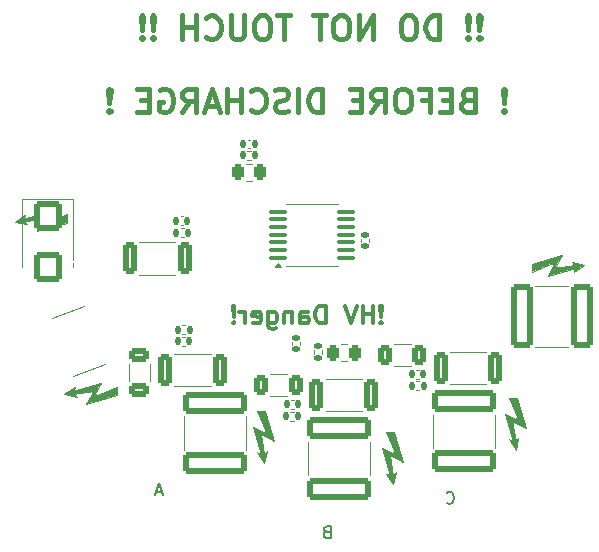
<source format=gbr>
%TF.GenerationSoftware,KiCad,Pcbnew,9.0.0*%
%TF.CreationDate,2025-06-25T03:54:54+08:00*%
%TF.ProjectId,CAPSTONE_MC,43415053-544f-44e4-955f-4d432e6b6963,Ver. 1.0.0*%
%TF.SameCoordinates,Original*%
%TF.FileFunction,Legend,Bot*%
%TF.FilePolarity,Positive*%
%FSLAX46Y46*%
G04 Gerber Fmt 4.6, Leading zero omitted, Abs format (unit mm)*
G04 Created by KiCad (PCBNEW 9.0.0) date 2025-06-25 03:54:54*
%MOMM*%
%LPD*%
G01*
G04 APERTURE LIST*
G04 Aperture macros list*
%AMRoundRect*
0 Rectangle with rounded corners*
0 $1 Rounding radius*
0 $2 $3 $4 $5 $6 $7 $8 $9 X,Y pos of 4 corners*
0 Add a 4 corners polygon primitive as box body*
4,1,4,$2,$3,$4,$5,$6,$7,$8,$9,$2,$3,0*
0 Add four circle primitives for the rounded corners*
1,1,$1+$1,$2,$3*
1,1,$1+$1,$4,$5*
1,1,$1+$1,$6,$7*
1,1,$1+$1,$8,$9*
0 Add four rect primitives between the rounded corners*
20,1,$1+$1,$2,$3,$4,$5,0*
20,1,$1+$1,$4,$5,$6,$7,0*
20,1,$1+$1,$6,$7,$8,$9,0*
20,1,$1+$1,$8,$9,$2,$3,0*%
G04 Aperture macros list end*
%ADD10C,0.150000*%
%ADD11C,0.300000*%
%ADD12C,0.400000*%
%ADD13C,0.200000*%
%ADD14C,0.100000*%
%ADD15C,0.120000*%
%ADD16C,2.000000*%
%ADD17C,3.000000*%
%ADD18C,2.200000*%
%ADD19RoundRect,0.250000X0.625000X-0.312500X0.625000X0.312500X-0.625000X0.312500X-0.625000X-0.312500X0*%
%ADD20RoundRect,0.250000X-0.362500X-1.075000X0.362500X-1.075000X0.362500X1.075000X-0.362500X1.075000X0*%
%ADD21RoundRect,0.140000X0.140000X0.170000X-0.140000X0.170000X-0.140000X-0.170000X0.140000X-0.170000X0*%
%ADD22RoundRect,0.250000X2.450000X-0.650000X2.450000X0.650000X-2.450000X0.650000X-2.450000X-0.650000X0*%
%ADD23RoundRect,0.250000X0.650000X2.450000X-0.650000X2.450000X-0.650000X-2.450000X0.650000X-2.450000X0*%
%ADD24RoundRect,0.135000X0.135000X0.185000X-0.135000X0.185000X-0.135000X-0.185000X0.135000X-0.185000X0*%
%ADD25RoundRect,0.140000X-0.170000X0.140000X-0.170000X-0.140000X0.170000X-0.140000X0.170000X0.140000X0*%
%ADD26RoundRect,0.140000X-0.140000X-0.170000X0.140000X-0.170000X0.140000X0.170000X-0.140000X0.170000X0*%
%ADD27RoundRect,0.135000X-0.185000X0.135000X-0.185000X-0.135000X0.185000X-0.135000X0.185000X0.135000X0*%
%ADD28RoundRect,0.250000X0.362500X1.075000X-0.362500X1.075000X-0.362500X-1.075000X0.362500X-1.075000X0*%
%ADD29RoundRect,0.250000X-0.312500X-0.625000X0.312500X-0.625000X0.312500X0.625000X-0.312500X0.625000X0*%
%ADD30RoundRect,0.135000X-0.135000X-0.185000X0.135000X-0.185000X0.135000X0.185000X-0.135000X0.185000X0*%
%ADD31RoundRect,0.250000X0.262500X0.450000X-0.262500X0.450000X-0.262500X-0.450000X0.262500X-0.450000X0*%
%ADD32RoundRect,0.250000X0.227149X-2.524560X1.448750X-2.079934X-0.227149X2.524560X-1.448750X2.079934X0*%
%ADD33RoundRect,0.250000X-0.900000X1.000000X-0.900000X-1.000000X0.900000X-1.000000X0.900000X1.000000X0*%
%ADD34RoundRect,0.100000X-0.637500X-0.100000X0.637500X-0.100000X0.637500X0.100000X-0.637500X0.100000X0*%
G04 APERTURE END LIST*
D10*
X112391792Y-81674580D02*
X112439411Y-81722200D01*
X112439411Y-81722200D02*
X112582268Y-81769819D01*
X112582268Y-81769819D02*
X112677506Y-81769819D01*
X112677506Y-81769819D02*
X112820363Y-81722200D01*
X112820363Y-81722200D02*
X112915601Y-81626961D01*
X112915601Y-81626961D02*
X112963220Y-81531723D01*
X112963220Y-81531723D02*
X113010839Y-81341247D01*
X113010839Y-81341247D02*
X113010839Y-81198390D01*
X113010839Y-81198390D02*
X112963220Y-81007914D01*
X112963220Y-81007914D02*
X112915601Y-80912676D01*
X112915601Y-80912676D02*
X112820363Y-80817438D01*
X112820363Y-80817438D02*
X112677506Y-80769819D01*
X112677506Y-80769819D02*
X112582268Y-80769819D01*
X112582268Y-80769819D02*
X112439411Y-80817438D01*
X112439411Y-80817438D02*
X112391792Y-80865057D01*
X102229887Y-84146009D02*
X102087030Y-84193628D01*
X102087030Y-84193628D02*
X102039411Y-84241247D01*
X102039411Y-84241247D02*
X101991792Y-84336485D01*
X101991792Y-84336485D02*
X101991792Y-84479342D01*
X101991792Y-84479342D02*
X102039411Y-84574580D01*
X102039411Y-84574580D02*
X102087030Y-84622200D01*
X102087030Y-84622200D02*
X102182268Y-84669819D01*
X102182268Y-84669819D02*
X102563220Y-84669819D01*
X102563220Y-84669819D02*
X102563220Y-83669819D01*
X102563220Y-83669819D02*
X102229887Y-83669819D01*
X102229887Y-83669819D02*
X102134649Y-83717438D01*
X102134649Y-83717438D02*
X102087030Y-83765057D01*
X102087030Y-83765057D02*
X102039411Y-83860295D01*
X102039411Y-83860295D02*
X102039411Y-83955533D01*
X102039411Y-83955533D02*
X102087030Y-84050771D01*
X102087030Y-84050771D02*
X102134649Y-84098390D01*
X102134649Y-84098390D02*
X102229887Y-84146009D01*
X102229887Y-84146009D02*
X102563220Y-84146009D01*
D11*
X106845489Y-66357971D02*
X106774060Y-66429400D01*
X106774060Y-66429400D02*
X106845489Y-66500828D01*
X106845489Y-66500828D02*
X106916917Y-66429400D01*
X106916917Y-66429400D02*
X106845489Y-66357971D01*
X106845489Y-66357971D02*
X106845489Y-66500828D01*
X106845489Y-65929400D02*
X106916917Y-65072257D01*
X106916917Y-65072257D02*
X106845489Y-65000828D01*
X106845489Y-65000828D02*
X106774060Y-65072257D01*
X106774060Y-65072257D02*
X106845489Y-65929400D01*
X106845489Y-65929400D02*
X106845489Y-65000828D01*
X106131203Y-66500828D02*
X106131203Y-65000828D01*
X106131203Y-65715114D02*
X105274060Y-65715114D01*
X105274060Y-66500828D02*
X105274060Y-65000828D01*
X104774059Y-65000828D02*
X104274059Y-66500828D01*
X104274059Y-66500828D02*
X103774059Y-65000828D01*
X102131203Y-66500828D02*
X102131203Y-65000828D01*
X102131203Y-65000828D02*
X101774060Y-65000828D01*
X101774060Y-65000828D02*
X101559774Y-65072257D01*
X101559774Y-65072257D02*
X101416917Y-65215114D01*
X101416917Y-65215114D02*
X101345488Y-65357971D01*
X101345488Y-65357971D02*
X101274060Y-65643685D01*
X101274060Y-65643685D02*
X101274060Y-65857971D01*
X101274060Y-65857971D02*
X101345488Y-66143685D01*
X101345488Y-66143685D02*
X101416917Y-66286542D01*
X101416917Y-66286542D02*
X101559774Y-66429400D01*
X101559774Y-66429400D02*
X101774060Y-66500828D01*
X101774060Y-66500828D02*
X102131203Y-66500828D01*
X99988346Y-66500828D02*
X99988346Y-65715114D01*
X99988346Y-65715114D02*
X100059774Y-65572257D01*
X100059774Y-65572257D02*
X100202631Y-65500828D01*
X100202631Y-65500828D02*
X100488346Y-65500828D01*
X100488346Y-65500828D02*
X100631203Y-65572257D01*
X99988346Y-66429400D02*
X100131203Y-66500828D01*
X100131203Y-66500828D02*
X100488346Y-66500828D01*
X100488346Y-66500828D02*
X100631203Y-66429400D01*
X100631203Y-66429400D02*
X100702631Y-66286542D01*
X100702631Y-66286542D02*
X100702631Y-66143685D01*
X100702631Y-66143685D02*
X100631203Y-66000828D01*
X100631203Y-66000828D02*
X100488346Y-65929400D01*
X100488346Y-65929400D02*
X100131203Y-65929400D01*
X100131203Y-65929400D02*
X99988346Y-65857971D01*
X99274060Y-65500828D02*
X99274060Y-66500828D01*
X99274060Y-65643685D02*
X99202631Y-65572257D01*
X99202631Y-65572257D02*
X99059774Y-65500828D01*
X99059774Y-65500828D02*
X98845488Y-65500828D01*
X98845488Y-65500828D02*
X98702631Y-65572257D01*
X98702631Y-65572257D02*
X98631203Y-65715114D01*
X98631203Y-65715114D02*
X98631203Y-66500828D01*
X97274060Y-65500828D02*
X97274060Y-66715114D01*
X97274060Y-66715114D02*
X97345488Y-66857971D01*
X97345488Y-66857971D02*
X97416917Y-66929400D01*
X97416917Y-66929400D02*
X97559774Y-67000828D01*
X97559774Y-67000828D02*
X97774060Y-67000828D01*
X97774060Y-67000828D02*
X97916917Y-66929400D01*
X97274060Y-66429400D02*
X97416917Y-66500828D01*
X97416917Y-66500828D02*
X97702631Y-66500828D01*
X97702631Y-66500828D02*
X97845488Y-66429400D01*
X97845488Y-66429400D02*
X97916917Y-66357971D01*
X97916917Y-66357971D02*
X97988345Y-66215114D01*
X97988345Y-66215114D02*
X97988345Y-65786542D01*
X97988345Y-65786542D02*
X97916917Y-65643685D01*
X97916917Y-65643685D02*
X97845488Y-65572257D01*
X97845488Y-65572257D02*
X97702631Y-65500828D01*
X97702631Y-65500828D02*
X97416917Y-65500828D01*
X97416917Y-65500828D02*
X97274060Y-65572257D01*
X95988345Y-66429400D02*
X96131202Y-66500828D01*
X96131202Y-66500828D02*
X96416917Y-66500828D01*
X96416917Y-66500828D02*
X96559774Y-66429400D01*
X96559774Y-66429400D02*
X96631202Y-66286542D01*
X96631202Y-66286542D02*
X96631202Y-65715114D01*
X96631202Y-65715114D02*
X96559774Y-65572257D01*
X96559774Y-65572257D02*
X96416917Y-65500828D01*
X96416917Y-65500828D02*
X96131202Y-65500828D01*
X96131202Y-65500828D02*
X95988345Y-65572257D01*
X95988345Y-65572257D02*
X95916917Y-65715114D01*
X95916917Y-65715114D02*
X95916917Y-65857971D01*
X95916917Y-65857971D02*
X96631202Y-66000828D01*
X95274060Y-66500828D02*
X95274060Y-65500828D01*
X95274060Y-65786542D02*
X95202631Y-65643685D01*
X95202631Y-65643685D02*
X95131203Y-65572257D01*
X95131203Y-65572257D02*
X94988345Y-65500828D01*
X94988345Y-65500828D02*
X94845488Y-65500828D01*
X94345489Y-66357971D02*
X94274060Y-66429400D01*
X94274060Y-66429400D02*
X94345489Y-66500828D01*
X94345489Y-66500828D02*
X94416917Y-66429400D01*
X94416917Y-66429400D02*
X94345489Y-66357971D01*
X94345489Y-66357971D02*
X94345489Y-66500828D01*
X94345489Y-65929400D02*
X94416917Y-65072257D01*
X94416917Y-65072257D02*
X94345489Y-65000828D01*
X94345489Y-65000828D02*
X94274060Y-65072257D01*
X94274060Y-65072257D02*
X94345489Y-65929400D01*
X94345489Y-65929400D02*
X94345489Y-65000828D01*
D12*
X117260652Y-48443961D02*
X117165414Y-48539200D01*
X117165414Y-48539200D02*
X117260652Y-48634438D01*
X117260652Y-48634438D02*
X117355890Y-48539200D01*
X117355890Y-48539200D02*
X117260652Y-48443961D01*
X117260652Y-48443961D02*
X117260652Y-48634438D01*
X117260652Y-47872533D02*
X117355890Y-46729676D01*
X117355890Y-46729676D02*
X117260652Y-46634438D01*
X117260652Y-46634438D02*
X117165414Y-46729676D01*
X117165414Y-46729676D02*
X117260652Y-47872533D01*
X117260652Y-47872533D02*
X117260652Y-46634438D01*
X114117794Y-47586819D02*
X113832080Y-47682057D01*
X113832080Y-47682057D02*
X113736842Y-47777295D01*
X113736842Y-47777295D02*
X113641604Y-47967771D01*
X113641604Y-47967771D02*
X113641604Y-48253485D01*
X113641604Y-48253485D02*
X113736842Y-48443961D01*
X113736842Y-48443961D02*
X113832080Y-48539200D01*
X113832080Y-48539200D02*
X114022556Y-48634438D01*
X114022556Y-48634438D02*
X114784461Y-48634438D01*
X114784461Y-48634438D02*
X114784461Y-46634438D01*
X114784461Y-46634438D02*
X114117794Y-46634438D01*
X114117794Y-46634438D02*
X113927318Y-46729676D01*
X113927318Y-46729676D02*
X113832080Y-46824914D01*
X113832080Y-46824914D02*
X113736842Y-47015390D01*
X113736842Y-47015390D02*
X113736842Y-47205866D01*
X113736842Y-47205866D02*
X113832080Y-47396342D01*
X113832080Y-47396342D02*
X113927318Y-47491580D01*
X113927318Y-47491580D02*
X114117794Y-47586819D01*
X114117794Y-47586819D02*
X114784461Y-47586819D01*
X112784461Y-47586819D02*
X112117794Y-47586819D01*
X111832080Y-48634438D02*
X112784461Y-48634438D01*
X112784461Y-48634438D02*
X112784461Y-46634438D01*
X112784461Y-46634438D02*
X111832080Y-46634438D01*
X110308270Y-47586819D02*
X110974937Y-47586819D01*
X110974937Y-48634438D02*
X110974937Y-46634438D01*
X110974937Y-46634438D02*
X110022556Y-46634438D01*
X108879699Y-46634438D02*
X108498746Y-46634438D01*
X108498746Y-46634438D02*
X108308270Y-46729676D01*
X108308270Y-46729676D02*
X108117794Y-46920152D01*
X108117794Y-46920152D02*
X108022556Y-47301104D01*
X108022556Y-47301104D02*
X108022556Y-47967771D01*
X108022556Y-47967771D02*
X108117794Y-48348723D01*
X108117794Y-48348723D02*
X108308270Y-48539200D01*
X108308270Y-48539200D02*
X108498746Y-48634438D01*
X108498746Y-48634438D02*
X108879699Y-48634438D01*
X108879699Y-48634438D02*
X109070175Y-48539200D01*
X109070175Y-48539200D02*
X109260651Y-48348723D01*
X109260651Y-48348723D02*
X109355889Y-47967771D01*
X109355889Y-47967771D02*
X109355889Y-47301104D01*
X109355889Y-47301104D02*
X109260651Y-46920152D01*
X109260651Y-46920152D02*
X109070175Y-46729676D01*
X109070175Y-46729676D02*
X108879699Y-46634438D01*
X106022556Y-48634438D02*
X106689223Y-47682057D01*
X107165413Y-48634438D02*
X107165413Y-46634438D01*
X107165413Y-46634438D02*
X106403508Y-46634438D01*
X106403508Y-46634438D02*
X106213032Y-46729676D01*
X106213032Y-46729676D02*
X106117794Y-46824914D01*
X106117794Y-46824914D02*
X106022556Y-47015390D01*
X106022556Y-47015390D02*
X106022556Y-47301104D01*
X106022556Y-47301104D02*
X106117794Y-47491580D01*
X106117794Y-47491580D02*
X106213032Y-47586819D01*
X106213032Y-47586819D02*
X106403508Y-47682057D01*
X106403508Y-47682057D02*
X107165413Y-47682057D01*
X105165413Y-47586819D02*
X104498746Y-47586819D01*
X104213032Y-48634438D02*
X105165413Y-48634438D01*
X105165413Y-48634438D02*
X105165413Y-46634438D01*
X105165413Y-46634438D02*
X104213032Y-46634438D01*
X101832079Y-48634438D02*
X101832079Y-46634438D01*
X101832079Y-46634438D02*
X101355889Y-46634438D01*
X101355889Y-46634438D02*
X101070174Y-46729676D01*
X101070174Y-46729676D02*
X100879698Y-46920152D01*
X100879698Y-46920152D02*
X100784460Y-47110628D01*
X100784460Y-47110628D02*
X100689222Y-47491580D01*
X100689222Y-47491580D02*
X100689222Y-47777295D01*
X100689222Y-47777295D02*
X100784460Y-48158247D01*
X100784460Y-48158247D02*
X100879698Y-48348723D01*
X100879698Y-48348723D02*
X101070174Y-48539200D01*
X101070174Y-48539200D02*
X101355889Y-48634438D01*
X101355889Y-48634438D02*
X101832079Y-48634438D01*
X99832079Y-48634438D02*
X99832079Y-46634438D01*
X98974936Y-48539200D02*
X98689222Y-48634438D01*
X98689222Y-48634438D02*
X98213031Y-48634438D01*
X98213031Y-48634438D02*
X98022555Y-48539200D01*
X98022555Y-48539200D02*
X97927317Y-48443961D01*
X97927317Y-48443961D02*
X97832079Y-48253485D01*
X97832079Y-48253485D02*
X97832079Y-48063009D01*
X97832079Y-48063009D02*
X97927317Y-47872533D01*
X97927317Y-47872533D02*
X98022555Y-47777295D01*
X98022555Y-47777295D02*
X98213031Y-47682057D01*
X98213031Y-47682057D02*
X98593984Y-47586819D01*
X98593984Y-47586819D02*
X98784460Y-47491580D01*
X98784460Y-47491580D02*
X98879698Y-47396342D01*
X98879698Y-47396342D02*
X98974936Y-47205866D01*
X98974936Y-47205866D02*
X98974936Y-47015390D01*
X98974936Y-47015390D02*
X98879698Y-46824914D01*
X98879698Y-46824914D02*
X98784460Y-46729676D01*
X98784460Y-46729676D02*
X98593984Y-46634438D01*
X98593984Y-46634438D02*
X98117793Y-46634438D01*
X98117793Y-46634438D02*
X97832079Y-46729676D01*
X95832079Y-48443961D02*
X95927317Y-48539200D01*
X95927317Y-48539200D02*
X96213031Y-48634438D01*
X96213031Y-48634438D02*
X96403507Y-48634438D01*
X96403507Y-48634438D02*
X96689222Y-48539200D01*
X96689222Y-48539200D02*
X96879698Y-48348723D01*
X96879698Y-48348723D02*
X96974936Y-48158247D01*
X96974936Y-48158247D02*
X97070174Y-47777295D01*
X97070174Y-47777295D02*
X97070174Y-47491580D01*
X97070174Y-47491580D02*
X96974936Y-47110628D01*
X96974936Y-47110628D02*
X96879698Y-46920152D01*
X96879698Y-46920152D02*
X96689222Y-46729676D01*
X96689222Y-46729676D02*
X96403507Y-46634438D01*
X96403507Y-46634438D02*
X96213031Y-46634438D01*
X96213031Y-46634438D02*
X95927317Y-46729676D01*
X95927317Y-46729676D02*
X95832079Y-46824914D01*
X94974936Y-48634438D02*
X94974936Y-46634438D01*
X94974936Y-47586819D02*
X93832079Y-47586819D01*
X93832079Y-48634438D02*
X93832079Y-46634438D01*
X92974936Y-48063009D02*
X92022555Y-48063009D01*
X93165412Y-48634438D02*
X92498746Y-46634438D01*
X92498746Y-46634438D02*
X91832079Y-48634438D01*
X90022555Y-48634438D02*
X90689222Y-47682057D01*
X91165412Y-48634438D02*
X91165412Y-46634438D01*
X91165412Y-46634438D02*
X90403507Y-46634438D01*
X90403507Y-46634438D02*
X90213031Y-46729676D01*
X90213031Y-46729676D02*
X90117793Y-46824914D01*
X90117793Y-46824914D02*
X90022555Y-47015390D01*
X90022555Y-47015390D02*
X90022555Y-47301104D01*
X90022555Y-47301104D02*
X90117793Y-47491580D01*
X90117793Y-47491580D02*
X90213031Y-47586819D01*
X90213031Y-47586819D02*
X90403507Y-47682057D01*
X90403507Y-47682057D02*
X91165412Y-47682057D01*
X88117793Y-46729676D02*
X88308269Y-46634438D01*
X88308269Y-46634438D02*
X88593983Y-46634438D01*
X88593983Y-46634438D02*
X88879698Y-46729676D01*
X88879698Y-46729676D02*
X89070174Y-46920152D01*
X89070174Y-46920152D02*
X89165412Y-47110628D01*
X89165412Y-47110628D02*
X89260650Y-47491580D01*
X89260650Y-47491580D02*
X89260650Y-47777295D01*
X89260650Y-47777295D02*
X89165412Y-48158247D01*
X89165412Y-48158247D02*
X89070174Y-48348723D01*
X89070174Y-48348723D02*
X88879698Y-48539200D01*
X88879698Y-48539200D02*
X88593983Y-48634438D01*
X88593983Y-48634438D02*
X88403507Y-48634438D01*
X88403507Y-48634438D02*
X88117793Y-48539200D01*
X88117793Y-48539200D02*
X88022555Y-48443961D01*
X88022555Y-48443961D02*
X88022555Y-47777295D01*
X88022555Y-47777295D02*
X88403507Y-47777295D01*
X87165412Y-47586819D02*
X86498745Y-47586819D01*
X86213031Y-48634438D02*
X87165412Y-48634438D01*
X87165412Y-48634438D02*
X87165412Y-46634438D01*
X87165412Y-46634438D02*
X86213031Y-46634438D01*
X83832078Y-48443961D02*
X83736840Y-48539200D01*
X83736840Y-48539200D02*
X83832078Y-48634438D01*
X83832078Y-48634438D02*
X83927316Y-48539200D01*
X83927316Y-48539200D02*
X83832078Y-48443961D01*
X83832078Y-48443961D02*
X83832078Y-48634438D01*
X83832078Y-47872533D02*
X83927316Y-46729676D01*
X83927316Y-46729676D02*
X83832078Y-46634438D01*
X83832078Y-46634438D02*
X83736840Y-46729676D01*
X83736840Y-46729676D02*
X83832078Y-47872533D01*
X83832078Y-47872533D02*
X83832078Y-46634438D01*
X115160652Y-42243961D02*
X115065414Y-42339200D01*
X115065414Y-42339200D02*
X115160652Y-42434438D01*
X115160652Y-42434438D02*
X115255890Y-42339200D01*
X115255890Y-42339200D02*
X115160652Y-42243961D01*
X115160652Y-42243961D02*
X115160652Y-42434438D01*
X115160652Y-41672533D02*
X115255890Y-40529676D01*
X115255890Y-40529676D02*
X115160652Y-40434438D01*
X115160652Y-40434438D02*
X115065414Y-40529676D01*
X115065414Y-40529676D02*
X115160652Y-41672533D01*
X115160652Y-41672533D02*
X115160652Y-40434438D01*
X114208271Y-42243961D02*
X114113033Y-42339200D01*
X114113033Y-42339200D02*
X114208271Y-42434438D01*
X114208271Y-42434438D02*
X114303509Y-42339200D01*
X114303509Y-42339200D02*
X114208271Y-42243961D01*
X114208271Y-42243961D02*
X114208271Y-42434438D01*
X114208271Y-41672533D02*
X114303509Y-40529676D01*
X114303509Y-40529676D02*
X114208271Y-40434438D01*
X114208271Y-40434438D02*
X114113033Y-40529676D01*
X114113033Y-40529676D02*
X114208271Y-41672533D01*
X114208271Y-41672533D02*
X114208271Y-40434438D01*
X111732080Y-42434438D02*
X111732080Y-40434438D01*
X111732080Y-40434438D02*
X111255890Y-40434438D01*
X111255890Y-40434438D02*
X110970175Y-40529676D01*
X110970175Y-40529676D02*
X110779699Y-40720152D01*
X110779699Y-40720152D02*
X110684461Y-40910628D01*
X110684461Y-40910628D02*
X110589223Y-41291580D01*
X110589223Y-41291580D02*
X110589223Y-41577295D01*
X110589223Y-41577295D02*
X110684461Y-41958247D01*
X110684461Y-41958247D02*
X110779699Y-42148723D01*
X110779699Y-42148723D02*
X110970175Y-42339200D01*
X110970175Y-42339200D02*
X111255890Y-42434438D01*
X111255890Y-42434438D02*
X111732080Y-42434438D01*
X109351128Y-40434438D02*
X108970175Y-40434438D01*
X108970175Y-40434438D02*
X108779699Y-40529676D01*
X108779699Y-40529676D02*
X108589223Y-40720152D01*
X108589223Y-40720152D02*
X108493985Y-41101104D01*
X108493985Y-41101104D02*
X108493985Y-41767771D01*
X108493985Y-41767771D02*
X108589223Y-42148723D01*
X108589223Y-42148723D02*
X108779699Y-42339200D01*
X108779699Y-42339200D02*
X108970175Y-42434438D01*
X108970175Y-42434438D02*
X109351128Y-42434438D01*
X109351128Y-42434438D02*
X109541604Y-42339200D01*
X109541604Y-42339200D02*
X109732080Y-42148723D01*
X109732080Y-42148723D02*
X109827318Y-41767771D01*
X109827318Y-41767771D02*
X109827318Y-41101104D01*
X109827318Y-41101104D02*
X109732080Y-40720152D01*
X109732080Y-40720152D02*
X109541604Y-40529676D01*
X109541604Y-40529676D02*
X109351128Y-40434438D01*
X106113032Y-42434438D02*
X106113032Y-40434438D01*
X106113032Y-40434438D02*
X104970175Y-42434438D01*
X104970175Y-42434438D02*
X104970175Y-40434438D01*
X103636842Y-40434438D02*
X103255889Y-40434438D01*
X103255889Y-40434438D02*
X103065413Y-40529676D01*
X103065413Y-40529676D02*
X102874937Y-40720152D01*
X102874937Y-40720152D02*
X102779699Y-41101104D01*
X102779699Y-41101104D02*
X102779699Y-41767771D01*
X102779699Y-41767771D02*
X102874937Y-42148723D01*
X102874937Y-42148723D02*
X103065413Y-42339200D01*
X103065413Y-42339200D02*
X103255889Y-42434438D01*
X103255889Y-42434438D02*
X103636842Y-42434438D01*
X103636842Y-42434438D02*
X103827318Y-42339200D01*
X103827318Y-42339200D02*
X104017794Y-42148723D01*
X104017794Y-42148723D02*
X104113032Y-41767771D01*
X104113032Y-41767771D02*
X104113032Y-41101104D01*
X104113032Y-41101104D02*
X104017794Y-40720152D01*
X104017794Y-40720152D02*
X103827318Y-40529676D01*
X103827318Y-40529676D02*
X103636842Y-40434438D01*
X102208270Y-40434438D02*
X101065413Y-40434438D01*
X101636842Y-42434438D02*
X101636842Y-40434438D01*
X99160650Y-40434438D02*
X98017793Y-40434438D01*
X98589222Y-42434438D02*
X98589222Y-40434438D01*
X96970174Y-40434438D02*
X96589221Y-40434438D01*
X96589221Y-40434438D02*
X96398745Y-40529676D01*
X96398745Y-40529676D02*
X96208269Y-40720152D01*
X96208269Y-40720152D02*
X96113031Y-41101104D01*
X96113031Y-41101104D02*
X96113031Y-41767771D01*
X96113031Y-41767771D02*
X96208269Y-42148723D01*
X96208269Y-42148723D02*
X96398745Y-42339200D01*
X96398745Y-42339200D02*
X96589221Y-42434438D01*
X96589221Y-42434438D02*
X96970174Y-42434438D01*
X96970174Y-42434438D02*
X97160650Y-42339200D01*
X97160650Y-42339200D02*
X97351126Y-42148723D01*
X97351126Y-42148723D02*
X97446364Y-41767771D01*
X97446364Y-41767771D02*
X97446364Y-41101104D01*
X97446364Y-41101104D02*
X97351126Y-40720152D01*
X97351126Y-40720152D02*
X97160650Y-40529676D01*
X97160650Y-40529676D02*
X96970174Y-40434438D01*
X95255888Y-40434438D02*
X95255888Y-42053485D01*
X95255888Y-42053485D02*
X95160650Y-42243961D01*
X95160650Y-42243961D02*
X95065412Y-42339200D01*
X95065412Y-42339200D02*
X94874936Y-42434438D01*
X94874936Y-42434438D02*
X94493983Y-42434438D01*
X94493983Y-42434438D02*
X94303507Y-42339200D01*
X94303507Y-42339200D02*
X94208269Y-42243961D01*
X94208269Y-42243961D02*
X94113031Y-42053485D01*
X94113031Y-42053485D02*
X94113031Y-40434438D01*
X92017793Y-42243961D02*
X92113031Y-42339200D01*
X92113031Y-42339200D02*
X92398745Y-42434438D01*
X92398745Y-42434438D02*
X92589221Y-42434438D01*
X92589221Y-42434438D02*
X92874936Y-42339200D01*
X92874936Y-42339200D02*
X93065412Y-42148723D01*
X93065412Y-42148723D02*
X93160650Y-41958247D01*
X93160650Y-41958247D02*
X93255888Y-41577295D01*
X93255888Y-41577295D02*
X93255888Y-41291580D01*
X93255888Y-41291580D02*
X93160650Y-40910628D01*
X93160650Y-40910628D02*
X93065412Y-40720152D01*
X93065412Y-40720152D02*
X92874936Y-40529676D01*
X92874936Y-40529676D02*
X92589221Y-40434438D01*
X92589221Y-40434438D02*
X92398745Y-40434438D01*
X92398745Y-40434438D02*
X92113031Y-40529676D01*
X92113031Y-40529676D02*
X92017793Y-40624914D01*
X91160650Y-42434438D02*
X91160650Y-40434438D01*
X91160650Y-41386819D02*
X90017793Y-41386819D01*
X90017793Y-42434438D02*
X90017793Y-40434438D01*
X87541602Y-42243961D02*
X87446364Y-42339200D01*
X87446364Y-42339200D02*
X87541602Y-42434438D01*
X87541602Y-42434438D02*
X87636840Y-42339200D01*
X87636840Y-42339200D02*
X87541602Y-42243961D01*
X87541602Y-42243961D02*
X87541602Y-42434438D01*
X87541602Y-41672533D02*
X87636840Y-40529676D01*
X87636840Y-40529676D02*
X87541602Y-40434438D01*
X87541602Y-40434438D02*
X87446364Y-40529676D01*
X87446364Y-40529676D02*
X87541602Y-41672533D01*
X87541602Y-41672533D02*
X87541602Y-40434438D01*
X86589221Y-42243961D02*
X86493983Y-42339200D01*
X86493983Y-42339200D02*
X86589221Y-42434438D01*
X86589221Y-42434438D02*
X86684459Y-42339200D01*
X86684459Y-42339200D02*
X86589221Y-42243961D01*
X86589221Y-42243961D02*
X86589221Y-42434438D01*
X86589221Y-41672533D02*
X86684459Y-40529676D01*
X86684459Y-40529676D02*
X86589221Y-40434438D01*
X86589221Y-40434438D02*
X86493983Y-40529676D01*
X86493983Y-40529676D02*
X86589221Y-41672533D01*
X86589221Y-41672533D02*
X86589221Y-40434438D01*
D10*
X88300839Y-80754104D02*
X87824649Y-80754104D01*
X88396077Y-81039819D02*
X88062744Y-80039819D01*
X88062744Y-80039819D02*
X87729411Y-81039819D01*
D13*
%TO.C,REF\u002A\u002A*%
X76670000Y-57980000D02*
X76580000Y-57470000D01*
X78305000Y-57770000D02*
X78055000Y-57570000D01*
X78550000Y-58090000D02*
X78300000Y-57890000D01*
D14*
X78274260Y-58138427D02*
X80267896Y-57279854D01*
X80267896Y-57992906D01*
X77692177Y-58720510D01*
X78288812Y-57600000D01*
X76557114Y-57876489D01*
X76877260Y-58109323D01*
X75829510Y-57891042D01*
X76717187Y-57294406D01*
X76513458Y-57629104D01*
X78900000Y-56974260D01*
X78274260Y-58138427D01*
G36*
X78274260Y-58138427D02*
G01*
X80267896Y-57279854D01*
X80267896Y-57992906D01*
X77692177Y-58720510D01*
X78288812Y-57600000D01*
X76557114Y-57876489D01*
X76877260Y-58109323D01*
X75829510Y-57891042D01*
X76717187Y-57294406D01*
X76513458Y-57629104D01*
X78900000Y-56974260D01*
X78274260Y-58138427D01*
G37*
D15*
%TO.C,R12*%
X85455000Y-69927936D02*
X85455000Y-71382064D01*
X87275000Y-69927936D02*
X87275000Y-71382064D01*
%TO.C,R24*%
X89343936Y-69090000D02*
X92398064Y-69090000D01*
X89343936Y-71810000D02*
X92398064Y-71810000D01*
%TO.C,C58*%
X110022836Y-70455000D02*
X109807164Y-70455000D01*
X110022836Y-71175000D02*
X109807164Y-71175000D01*
D13*
%TO.C,REF\u002A\u002A*%
X107722615Y-77643703D02*
X107522615Y-77893703D01*
X107932615Y-79278703D02*
X107422615Y-79368703D01*
X108042615Y-77398703D02*
X107842615Y-77648703D01*
D14*
X108673125Y-78256526D02*
X107552615Y-77659891D01*
X107829104Y-79391589D01*
X108061938Y-79071443D01*
X107843657Y-80119193D01*
X107247021Y-79231516D01*
X107581719Y-79435245D01*
X106926875Y-77048703D01*
X108091042Y-77674443D01*
X107232469Y-75680807D01*
X107945521Y-75680807D01*
X108673125Y-78256526D01*
G36*
X108673125Y-78256526D02*
G01*
X107552615Y-77659891D01*
X107829104Y-79391589D01*
X108061938Y-79071443D01*
X107843657Y-80119193D01*
X107247021Y-79231516D01*
X107581719Y-79435245D01*
X106926875Y-77048703D01*
X108091042Y-77674443D01*
X107232469Y-75680807D01*
X107945521Y-75680807D01*
X108673125Y-78256526D01*
G37*
D15*
%TO.C,C30*%
X100655000Y-76519252D02*
X100655000Y-79350748D01*
X105875000Y-76519252D02*
X105875000Y-79350748D01*
%TO.C,C48*%
X119869252Y-63305000D02*
X122700748Y-63305000D01*
X119869252Y-68525000D02*
X122700748Y-68525000D01*
%TO.C,R27*%
X99468641Y-73984250D02*
X99161359Y-73984250D01*
X99468641Y-74744250D02*
X99161359Y-74744250D01*
%TO.C,C32*%
X111225000Y-74229252D02*
X111225000Y-77060748D01*
X116445000Y-74229252D02*
X116445000Y-77060748D01*
%TO.C,C40*%
X99255000Y-68097164D02*
X99255000Y-68312836D01*
X99975000Y-68097164D02*
X99975000Y-68312836D01*
%TO.C,R23*%
X90163641Y-58440000D02*
X89856359Y-58440000D01*
X90163641Y-59200000D02*
X89856359Y-59200000D01*
%TO.C,C41*%
X95532164Y-50935000D02*
X95747836Y-50935000D01*
X95532164Y-51655000D02*
X95747836Y-51655000D01*
D13*
%TO.C,REF\u002A\u002A*%
X121298703Y-61357385D02*
X121548703Y-61557385D01*
X121543703Y-61677385D02*
X121793703Y-61877385D01*
X123178703Y-61467385D02*
X123268703Y-61977385D01*
D14*
X121559891Y-61847385D02*
X123291589Y-61570896D01*
X122971443Y-61338062D01*
X124019193Y-61556343D01*
X123131516Y-62152979D01*
X123335245Y-61818281D01*
X120948703Y-62473125D01*
X121574443Y-61308958D01*
X119580807Y-62167531D01*
X119580807Y-61454479D01*
X122156526Y-60726875D01*
X121559891Y-61847385D01*
G36*
X121559891Y-61847385D02*
G01*
X123291589Y-61570896D01*
X122971443Y-61338062D01*
X124019193Y-61556343D01*
X123131516Y-62152979D01*
X123335245Y-61818281D01*
X120948703Y-62473125D01*
X121574443Y-61308958D01*
X119580807Y-62167531D01*
X119580807Y-61454479D01*
X122156526Y-60726875D01*
X121559891Y-61847385D01*
G37*
D13*
X96822615Y-75843703D02*
X96622615Y-76093703D01*
X97032615Y-77478703D02*
X96522615Y-77568703D01*
X97142615Y-75598703D02*
X96942615Y-75848703D01*
D14*
X97773125Y-76456526D02*
X96652615Y-75859891D01*
X96929104Y-77591589D01*
X97161938Y-77271443D01*
X96943657Y-78319193D01*
X96347021Y-77431516D01*
X96681719Y-77635245D01*
X96026875Y-75248703D01*
X97191042Y-75874443D01*
X96332469Y-73880807D01*
X97045521Y-73880807D01*
X97773125Y-76456526D01*
G36*
X97773125Y-76456526D02*
G01*
X96652615Y-75859891D01*
X96929104Y-77591589D01*
X97161938Y-77271443D01*
X96943657Y-78319193D01*
X96347021Y-77431516D01*
X96681719Y-77635245D01*
X96026875Y-75248703D01*
X97191042Y-75874443D01*
X96332469Y-73880807D01*
X97045521Y-73880807D01*
X97773125Y-76456526D01*
G37*
D15*
%TO.C,R16*%
X101115000Y-68791359D02*
X101115000Y-69098641D01*
X101875000Y-68791359D02*
X101875000Y-69098641D01*
%TO.C,R22*%
X89422064Y-59645000D02*
X86367936Y-59645000D01*
X89422064Y-62365000D02*
X86367936Y-62365000D01*
%TO.C,R10*%
X109352064Y-68275000D02*
X107897936Y-68275000D01*
X109352064Y-70095000D02*
X107897936Y-70095000D01*
%TO.C,R11*%
X98872064Y-70815000D02*
X97417936Y-70815000D01*
X98872064Y-72635000D02*
X97417936Y-72635000D01*
%TO.C,R25*%
X90268641Y-66655000D02*
X89961359Y-66655000D01*
X90268641Y-67415000D02*
X89961359Y-67415000D01*
%TO.C,R28*%
X112677936Y-68925000D02*
X115732064Y-68925000D01*
X112677936Y-71645000D02*
X115732064Y-71645000D01*
%TO.C,C45*%
X105095000Y-59357164D02*
X105095000Y-59572836D01*
X105815000Y-59357164D02*
X105815000Y-59572836D01*
%TO.C,R26*%
X102137936Y-71185000D02*
X105192064Y-71185000D01*
X102137936Y-73905000D02*
X105192064Y-73905000D01*
%TO.C,R17*%
X95491359Y-51875000D02*
X95798641Y-51875000D01*
X95491359Y-52635000D02*
X95798641Y-52635000D01*
%TO.C,C53*%
X90072836Y-57445000D02*
X89857164Y-57445000D01*
X90072836Y-58165000D02*
X89857164Y-58165000D01*
%TO.C,C56*%
X90202836Y-67655000D02*
X89987164Y-67655000D01*
X90202836Y-68375000D02*
X89987164Y-68375000D01*
%TO.C,TH2*%
X95892064Y-52980000D02*
X95437936Y-52980000D01*
X95892064Y-54450000D02*
X95437936Y-54450000D01*
%TO.C,C57*%
X99422836Y-73005000D02*
X99207164Y-73005000D01*
X99422836Y-73725000D02*
X99207164Y-73725000D01*
D13*
%TO.C,REF\u002A\u002A*%
X80870000Y-72580000D02*
X80780000Y-72070000D01*
X82505000Y-72370000D02*
X82255000Y-72170000D01*
X82750000Y-72690000D02*
X82500000Y-72490000D01*
D14*
X82474260Y-72738427D02*
X84467896Y-71879854D01*
X84467896Y-72592906D01*
X81892177Y-73320510D01*
X82488812Y-72200000D01*
X80757114Y-72476489D01*
X81077260Y-72709323D01*
X80029510Y-72491042D01*
X80917187Y-71894406D01*
X80713458Y-72229104D01*
X83100000Y-71574260D01*
X82474260Y-72738427D01*
G36*
X82474260Y-72738427D02*
G01*
X84467896Y-71879854D01*
X84467896Y-72592906D01*
X81892177Y-73320510D01*
X82488812Y-72200000D01*
X80757114Y-72476489D01*
X81077260Y-72709323D01*
X80029510Y-72491042D01*
X80917187Y-71894406D01*
X80713458Y-72229104D01*
X83100000Y-71574260D01*
X82474260Y-72738427D01*
G37*
D15*
%TO.C,C31*%
X90155000Y-74359252D02*
X90155000Y-77190748D01*
X95375000Y-74359252D02*
X95375000Y-77190748D01*
D13*
%TO.C,REF\u002A\u002A*%
X118122615Y-74743703D02*
X117922615Y-74993703D01*
X118332615Y-76378703D02*
X117822615Y-76468703D01*
X118442615Y-74498703D02*
X118242615Y-74748703D01*
D14*
X119073125Y-75356526D02*
X117952615Y-74759891D01*
X118229104Y-76491589D01*
X118461938Y-76171443D01*
X118243657Y-77219193D01*
X117647021Y-76331516D01*
X117981719Y-76535245D01*
X117326875Y-74148703D01*
X118491042Y-74774443D01*
X117632469Y-72780807D01*
X118345521Y-72780807D01*
X119073125Y-75356526D01*
G36*
X119073125Y-75356526D02*
G01*
X117952615Y-74759891D01*
X118229104Y-76491589D01*
X118461938Y-76171443D01*
X118243657Y-77219193D01*
X117647021Y-76331516D01*
X117981719Y-76535245D01*
X117326875Y-74148703D01*
X118491042Y-74774443D01*
X117632469Y-72780807D01*
X118345521Y-72780807D01*
X119073125Y-75356526D01*
G37*
D15*
%TO.C,TH1*%
X103922064Y-68250000D02*
X103467936Y-68250000D01*
X103922064Y-69720000D02*
X103467936Y-69720000D01*
%TO.C,C50*%
X79001960Y-66036616D02*
X81662696Y-65068188D01*
X80787304Y-70941812D02*
X83448040Y-69973384D01*
%TO.C,D12*%
X76475000Y-55930000D02*
X76475000Y-61740000D01*
X76475000Y-55930000D02*
X80775000Y-55930000D01*
X80775000Y-55930000D02*
X80775000Y-61740000D01*
%TO.C,U8*%
X98800000Y-56390000D02*
X101000000Y-56390000D01*
X98800000Y-61610000D02*
X101000000Y-61610000D01*
X103200000Y-56390000D02*
X101000000Y-56390000D01*
X103200000Y-61610000D02*
X101000000Y-61610000D01*
X98340000Y-61740000D02*
X97860000Y-61740000D01*
X98100000Y-61410000D01*
X98340000Y-61740000D01*
G36*
X98340000Y-61740000D02*
G01*
X97860000Y-61740000D01*
X98100000Y-61410000D01*
X98340000Y-61740000D01*
G37*
%TO.C,R29*%
X110078641Y-71395000D02*
X109771359Y-71395000D01*
X110078641Y-72155000D02*
X109771359Y-72155000D01*
%TD*%
%LPC*%
D16*
%TO.C,TP16*%
X84295000Y-57885000D03*
%TD*%
%TO.C,TP13*%
X82575000Y-55955000D03*
%TD*%
D17*
%TO.C,TP2*%
X82245000Y-61265000D03*
%TD*%
%TO.C,TP1*%
X77505000Y-63925000D03*
%TD*%
D16*
%TO.C,TP4*%
X100415000Y-83665000D03*
%TD*%
%TO.C,TP5*%
X110775000Y-81655000D03*
%TD*%
D18*
%TO.C,H2*%
X87810000Y-66140000D03*
%TD*%
D16*
%TO.C,TP3*%
X90235000Y-81165000D03*
%TD*%
D18*
%TO.C,H1*%
X104850000Y-44510000D03*
%TD*%
%TO.C,H3*%
X113960000Y-66550000D03*
%TD*%
D19*
%TO.C,R12*%
X86365000Y-72117500D03*
X86365000Y-69192500D03*
%TD*%
D20*
%TO.C,R24*%
X88558500Y-70450000D03*
X93183500Y-70450000D03*
%TD*%
D21*
%TO.C,C58*%
X110395000Y-70815000D03*
X109435000Y-70815000D03*
%TD*%
D22*
%TO.C,C30*%
X103265000Y-80485000D03*
X103265000Y-75385000D03*
%TD*%
D23*
%TO.C,C48*%
X123835000Y-65915000D03*
X118735000Y-65915000D03*
%TD*%
D24*
%TO.C,R27*%
X99825000Y-74364250D03*
X98805000Y-74364250D03*
%TD*%
D22*
%TO.C,C32*%
X113835000Y-78195000D03*
X113835000Y-73095000D03*
%TD*%
D25*
%TO.C,C40*%
X99615000Y-67725000D03*
X99615000Y-68685000D03*
%TD*%
D24*
%TO.C,R23*%
X90520000Y-58820000D03*
X89500000Y-58820000D03*
%TD*%
D26*
%TO.C,C41*%
X95160000Y-51295000D03*
X96120000Y-51295000D03*
%TD*%
D27*
%TO.C,R16*%
X101495000Y-68435000D03*
X101495000Y-69455000D03*
%TD*%
D28*
%TO.C,R22*%
X90207500Y-61005000D03*
X85582500Y-61005000D03*
%TD*%
D29*
%TO.C,R10*%
X107162500Y-69185000D03*
X110087500Y-69185000D03*
%TD*%
%TO.C,R11*%
X96682500Y-71725000D03*
X99607500Y-71725000D03*
%TD*%
D24*
%TO.C,R25*%
X90625000Y-67035000D03*
X89605000Y-67035000D03*
%TD*%
D20*
%TO.C,R28*%
X111892500Y-70285000D03*
X116517500Y-70285000D03*
%TD*%
D25*
%TO.C,C45*%
X105455000Y-58985000D03*
X105455000Y-59945000D03*
%TD*%
D20*
%TO.C,R26*%
X101352500Y-72545000D03*
X105977500Y-72545000D03*
%TD*%
D30*
%TO.C,R17*%
X95135000Y-52255000D03*
X96155000Y-52255000D03*
%TD*%
D21*
%TO.C,C53*%
X90445000Y-57805000D03*
X89485000Y-57805000D03*
%TD*%
%TO.C,C56*%
X90575000Y-68015000D03*
X89615000Y-68015000D03*
%TD*%
D31*
%TO.C,TH2*%
X96577500Y-53715000D03*
X94752500Y-53715000D03*
%TD*%
D21*
%TO.C,C57*%
X99795000Y-73365000D03*
X98835000Y-73365000D03*
%TD*%
D22*
%TO.C,C31*%
X92765000Y-78325000D03*
X92765000Y-73225000D03*
%TD*%
D31*
%TO.C,TH1*%
X104607500Y-68985000D03*
X102782500Y-68985000D03*
%TD*%
D32*
%TO.C,C50*%
X78828784Y-68877152D03*
X83621216Y-67132848D03*
%TD*%
D33*
%TO.C,D12*%
X78625000Y-57439999D03*
X78625000Y-61740001D03*
%TD*%
D34*
%TO.C,U8*%
X98137500Y-60950000D03*
X98137500Y-60300000D03*
X98137500Y-59650000D03*
X98137500Y-59000000D03*
X98137500Y-58350000D03*
X98137500Y-57700000D03*
X98137500Y-57050000D03*
X103862500Y-57050000D03*
X103862500Y-57700000D03*
X103862500Y-58350000D03*
X103862500Y-59000000D03*
X103862500Y-59650000D03*
X103862500Y-60300000D03*
X103862500Y-60950000D03*
%TD*%
D24*
%TO.C,R29*%
X110435000Y-71775000D03*
X109415000Y-71775000D03*
%TD*%
%LPD*%
M02*

</source>
